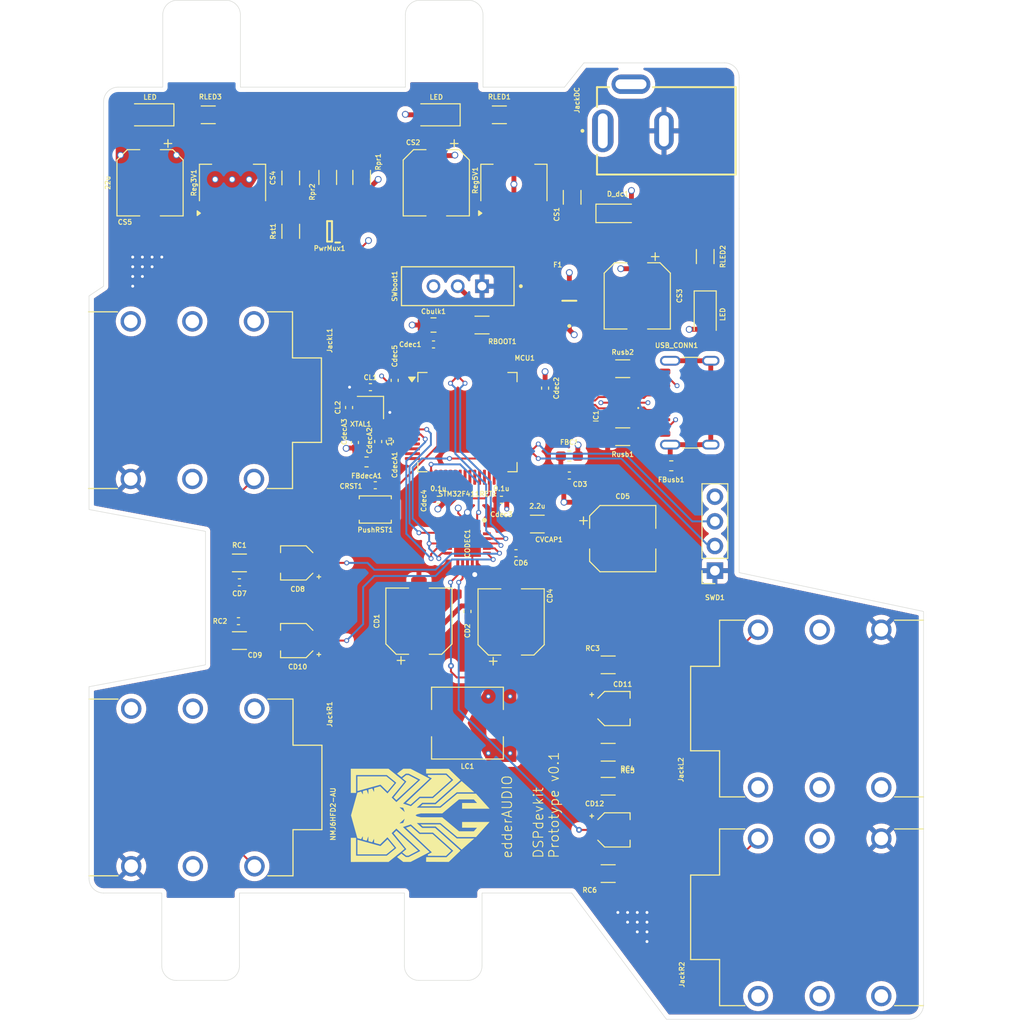
<source format=kicad_pcb>
(kicad_pcb (version 20240108) (generator "pcbnew") (generator_version "8.0")
  (layers (0 "F.Cu" signal) (1 "In1.Cu" signal) (2 "In2.Cu" signal) (31 "B.Cu" signal) (34 "B.Paste" user) (35 "F.Paste" user) (36 "B.SilkS" user "B.Silkscreen") (37 "F.SilkS" user "F.Silkscreen") (38 "B.Mask" user) (39 "F.Mask" user) (44 "Edge.Cuts" user))
  (net 0 "")
  (net 1 "GND")
  (net 2 "+3.3V")
  (net 3 "/CODEC/AVDD")
  (net 4 "/CODEC/DVDD")
  (net 5 "/CODEC/VMID")
  (net 6 "Net-(CD7-Pad1)")
  (net 7 "/CODEC/L_IN")
  (net 8 "Net-(CD10-Pad2)")
  (net 9 "/CODEC/R_IN")
  (net 10 "Net-(CD11-Pad2)")
  (net 11 "/CODEC/L_OUT")
  (net 12 "Net-(CD12-Pad2)")
  (net 13 "/CODEC/R_OUT")
  (net 14 "+3.3VA")
  (net 15 "/HSE_IN")
  (net 16 "/HSE_OUT")
  (net 17 "I2S_CLK")
  (net 18 "I2S_DOUT")
  (net 19 "I2S_MCLK")
  (net 20 "I2C_SDA")
  (net 23 "I2S_DIN")
  (net 24 "I2S_WS")
  (net 25 "I2C_SCL")
  (net 27 "/RST")
  (net 28 "+9V")
  (net 29 "Vin_JACK")
  (net 30 "Vin_USB")
  (net 31 "Net-(PwrMux1-VOUT_2)")
  (net 32 "Net-(MCU1-VCAP1)")
  (net 33 "Net-(IC1-VBUS)")
  (net 34 "Net-(USB_CONN1-SHIELD)")
  (net 35 "/VbusINPUT")
  (net 36 "/usb_D-")
  (net 37 "/usb_D+")
  (net 38 "Net-(IC1-I{slash}O2_1)")
  (net 39 "Net-(IC1-I{slash}O1_1)")
  (net 43 "Net-(JackL1-PadT)")
  (net 49 "Net-(JackL2-PadT)")
  (net 52 "Net-(JackR1-PadT)")
  (net 58 "Net-(JackR2-PadT)")
  (net 66 "/SWCLK")
  (net 72 "/BOOT0")
  (net 73 "/SWDIO")
  (net 74 "Net-(D_dc1-A)")
  (net 100 "Net-(PwrMux1-ST)")
  (net 101 "Net-(PwrMux1-PR1)")
  (net 103 "/BOOT_SW")
  (net 104 "/JACKpower_LED")
  (net 105 "/VBUSpower_LED")
  (net 106 "/3.3Vpower_LED")
  (net 107 "Net-(USB_CONN1-CC1)")
  (net 108 "Net-(USB_CONN1-CC2)")
  (footprint "Resistor_SMD:R_1206_3216Metric_Pad1.30x1.75mm_HandSolder" (layer "F.Cu") (at 164.5 134)
    (property "Reference" "RC4")
    (property "Value" "100" (hide yes))
  )
  (footprint "MountingHole:MountingHole_3.2mm_M3" (layer "F.Cu") (at 122.5 60.5)
    (property "Reference" "REF**" (hide yes))
    (property "Value" "MountingHole_3.2mm_M3")
  )
  (footprint "Capacitor_SMD:CP_Elec_6.3x5.4" (layer "F.Cu") (at 146.7875 75.35 -90)
    (property "Reference" "CS2")
    (property "Value" "22u" (hide yes))
  )
  (footprint "MINI-SPDT:SW_MINI-SPDT-SW" (layer "F.Cu") (at 149 86 180)
    (property "Reference" "SWboot1")
    (property "Value" "MINI-SPDT-SW" (hide yes))
  )
  (footprint "Capacitor_SMD:CP_Elec_6.3x5.4" (layer "F.Cu") (at 167.5 87 -90)
    (property "Reference" "CS3")
    (property "Value" "22u" (hide yes))
  )
  (footprint "Capacitor_SMD:C_0402_1005Metric_Pad0.74x0.62mm_HandSolder" (layer "F.Cu") (at 138.4 102.1 90)
    (property "Reference" "CdecA3")
    (property "Value" "1u" (hide yes))
  )
  (footprint "Connector_USB:USB_C_Receptacle_GCT_USB4105-xx-A_16P_TopMnt_Horizontal" (layer "F.Cu") (at 174 98 90)
    (property "Reference" "USB_CONN1")
    (property "Value" "USB_C_Receptacle_USB2.0_16P" (hide yes))
  )
  (footprint "Capacitor_SMD:C_0402_1005Metric_Pad0.74x0.62mm_HandSolder" (layer "F.Cu") (at 155 113.5)
    (property "Reference" "CD6")
    (property "Value" "0.1Uf" (hide yes))
  )
  (footprint "MountingHole:MountingHole_3.2mm_M3" (layer "F.Cu") (at 122.5 153.5)
    (property "Reference" "REF**" (hide yes))
    (property "Value" "MountingHole_3.2mm_M3")
  )
  (footprint "TRS_JACK_6.3mm:NEUTRIK_NMJ6HFD2-AU" (layer "F.Cu") (at 111 137.625 -90)
    (property "Reference" "JackR1")
    (property "Value" "NMJ6HFD2-AU")
  )
  (footprint "Capacitor_SMD:CP_Elec_3x5.4" (layer "F.Cu") (at 165 129.5)
    (property "Reference" "CD11")
    (property "Value" "1uF" (hide yes))
  )
  (footprint "Resistor_SMD:R_1206_3216Metric_Pad1.30x1.75mm_HandSolder" (layer "F.Cu") (at 166 94.5 180)
    (property "Reference" "Rusb2")
    (property "Value" "5.1k" (hide yes))
  )
  (footprint "Capacitor_SMD:CP_Elec_3x5.4" (layer "F.Cu") (at 132.5 122.5 180)
    (property "Reference" "CD10")
    (property "Value" "1uF" (hide yes))
  )
  (footprint "Resistor_SMD:R_1206_3216Metric_Pad1.30x1.75mm_HandSolder" (layer "F.Cu") (at 139.1 74.8 -90)
    (property "Reference" "Rpr1")
    (property "Value" "10k" (hide yes))
  )
  (footprint "Capacitor_SMD:C_0402_1005Metric_Pad0.74x0.62mm_HandSolder" (layer "F.Cu") (at 140 96.4 180)
    (property "Reference" "CL1")
    (property "Value" "14p" (hide yes))
  )
  (footprint "MountingHole:MountingHole_3.2mm_M3" (layer "F.Cu") (at 147.5 153.5)
    (property "Reference" "REF**" (hide yes))
    (property "Value" "MountingHole_3.2mm_M3")
  )
  (footprint "Resistor_SMD:R_1206_3216Metric_Pad1.30x1.75mm_HandSolder" (layer "F.Cu") (at 135.6 74.8 -90)
    (property "Reference" "Rpr2")
    (property "Value" "10k" (hide yes))
  )
  (footprint "Capacitor_SMD:CP_Elec_3x5.4" (layer "F.Cu") (at 132.5 114.5 180)
    (property "Reference" "CD8")
    (property "Value" "1uF" (hide yes))
  )
  (footprint "Capacitor_SMD:C_0402_1005Metric_Pad0.74x0.62mm_HandSolder" (layer "F.Cu") (at 150 119.5 -90)
    (property "Reference" "CD2")
    (property "Value" "0.1uF" (hide yes))
  )
  (footprint "Capacitor_SMD:C_1206_3216Metric_Pad1.33x1.80mm_HandSolder" (layer "F.Cu") (at 157.2 110.5 180)
    (property "Reference" "CVCAP1")
    (property "Value" "2.2u")
  )
  (footprint "Capacitor_SMD:C_1206_3216Metric_Pad1.33x1.80mm_HandSolder" (layer "F.Cu") (at 160.7875 76.85 90)
    (property "Reference" "CS1")
    (property "Value" "0.1u" (hide yes))
  )
  (footprint "Capacitor_SMD:CP_Elec_6.3x5.4" (layer "F.Cu") (at 166 112)
    (property "Reference" "CD5")
    (property "Value" "10uF" (hide yes))
  )
  (footprint "Resistor_SMD:R_1206_3216Metric_Pad1.30x1.75mm_HandSolder" (layer "F.Cu") (at 131.7875 80.35 90)
    (property "Reference" "Rst1")
    (property "Value" "10k" (hide yes))
  )
  (footprint "Resistor_SMD:R_1206_3216Metric_Pad1.30x1.75mm_HandSolder" (layer "F.Cu") (at 153.2875 68.35 180)
    (property "Reference" "RLED1")
    (property "Value" "1k5" (hide yes))
  )
  (footprint "Capacitor_SMD:C_0402_1005Metric_Pad0.74x0.62mm_HandSolder" (layer "F.Cu") (at 126.4 120.5 180)
    (property "Reference" "CD9")
    (property "Value" "220pF" (hide yes))
  )
  (footprint "Resistor_SMD:R_1206_3216Metric_Pad1.30x1.75mm_HandSolder" (layer "F.Cu") (at 174.5 82.95 -90)
    (property "Reference" "RLED2")
    (property "Value" "1k5" (hide yes))
  )
  (footprint "Capacitor_SMD:C_0402_1005Metric_Pad0.74x0.62mm_HandSolder" (layer "F.Cu") (at 153.5 108 180)
    (property "Reference" "Cdec3")
    (property "Value" "0.1u")
  )
  (footprint "LED_SMD:LED_1206_3216Metric_Pad1.42x1.75mm_HandSolder" (layer "F.Cu") (at 174.5 88.95 -90)
    (property "Reference" "Vpower_LED2" (hide yes))
    (property "Value" "LED")
  )
  (footprint "Capacitor_SMD:CP_Elec_3x5.4" (layer "F.Cu") (at 165 142)
    (property "Reference" "CD12")
    (property "Value" "1uF" (hide yes))
  )
  (footprint "Connector_PinSocket_2.54mm:PinSocket_1x04_P2.54mm_Vertical" (layer "F.Cu") (at 175.5 115.3 180)
    (property "Reference" "SWD1")
    (property "Value" "Conn_01x04_Pin" (hide yes))
  )
  (footprint "Capacitor_SMD:CP_Elec_6.3x5.4" (layer "F.Cu") (at 117.2875 75.35 -90)
    (property "Reference" "CS5")
    (property "Value" "22u")
  )
  (footprint "Capacitor_SMD:C_0402_1005Metric_Pad0.74x0.62mm_HandSolder" (layer "F.Cu") (at 140.8 102 90)
    (property "Reference" "CdecA2")
    (property "Value" "1u")
  )
  (footprint "STM32_TVS_USB:USBLC62P6" (layer "F.Cu") (at 166 98 90)
    (property "Reference" "IC1")
    (property "Value" "USBLC6-2P6" (hide yes))
  )
  (footprint "Capacitor_SMD:C_0402_1005Metric_Pad0.74x0.62mm_HandSolder" (layer "F.Cu") (at 146.5 92)
    (property "Reference" "Cdec1")
    (property "Value" "0.1u" (hide yes))
  )
  (footprint "Capacitor_SMD:CP_Elec_6.3x5.4" (layer "F.Cu") (at 154.5 120.58 90)
    (property "Reference" "CD4")
    (property "Value" "4.7uF" (hide yes))
  )
  (footprint "Gráficos:Kraken_15cm" (layer "F.Cu") (at 146 140.5 90)
    (property "Reference" "G***" (hide yes))
    (property "Value" "LOGO" (hide yes))
  )
  (footprint "Resistor_SMD:R_1206_3216Metric_Pad1.30x1.75mm_HandSolder" (layer "F.Cu") (at 123.2875 68.35 180)
    (property "Reference" "RLED3")
    (property "Value" "1k5" (hide yes))
  )
  (footprint "Resistor_SMD:R_1206_3216Metric_Pad1.30x1.75mm_HandSolder" (layer "F.Cu") (at 166 101.5 180)
    (property "Reference" "Rusb1")
    (property "Value" "5.1k" (hide yes))
  )
  (footprint "TRS_JACK_6.3mm:NEUTRIK_NMJ6HFD2-AU" (layer "F.Cu") (at 197 151 90)
    (property "Reference" "JackR2")
    (property "Value" "NMJ6HFD2-AU" (hide yes))
  )
  (footprint "MountingHole:MountingHole_3.2mm_M3" (layer "F.Cu") (at 147.5 60.5)
    (property "Reference" "REF**" (hide yes))
    (property "Value" "MountingHole_3.2mm_M3")
  )
  (footprint "TRS_JACK_6.3mm:NEUTRIK_NMJ6HFD2-AU" (layer "F.Cu") (at 110.95 97.73825 -90)
    (property "Reference" "JackL1")
    (property "Value" "NMJ6HFD2-AU" (hide yes))
  )
  (footprint "LED_SMD:LED_1206_3216Metric_Pad1.42x1.75mm_HandSolder" (layer "F.Cu") (at 117.2875 68.35 180)
    (property "Reference" "Vpower_LED3" (hide yes))
    (property "Value" "LED")
  )
  (footprint "Crystal:Crystal_SMD_2016-4Pin_2.0x1.6mm" (layer "F.Cu") (at 140 98.5 180)
    (property "Reference" "XTAL1")
    (property "Value" "Crystal_GND24" (hide yes))
  )
  (footprint "Jack DCJ200 DC_2.1_THT:GCT_DCJ200-10-A-XX-K_REVA" (layer "F.Cu") (at 170.5 70 90)
    (property "Reference" "JDC1" (hide yes))
    (property "Value" "JackDC")
  )
  (footprint "Resistor_SMD:R_1206_3216Metric_Pad1.30x1.75mm_HandSolder" (layer "F.Cu") (at 164.5 146.5)
    (property "Reference" "RC6")
    (property "Value" "100" (hide yes))
  )
  (footprint "Resistor_SMD:R_1206_3216Metric_Pad1.30x1.75mm_HandSolder" (layer "F.Cu") (at 151.5 90 180)
    (property "Reference" "RBOOT1")
    (property "Value" "10K" (hide yes))
  )
  (footprint "Capacitor_SMD:C_0402_1005Metric_Pad0.74x0.62mm_HandSolder" (layer "F.Cu") (at 140.5 106.5 180)
    (property "Reference" "CRST1")
    (property "Value" "0.1u" (hide yes))
  )
  (footprint "Button_Switch_SMD:SW_SPST_B3U-1000P" (layer "F.Cu") (at 140.5 109)
    (property "Reference" "PushRST1")
    (property "Value" "B3U-1000P" (hide yes))
  )
  (footprint "Capacitor_SMD:C_0402_1005Metric_Pad0.74x0.62mm_HandSolder" (layer "F.Cu") (at 160.5 105.5)
    (property "Reference" "CD3")
    (property "Value" "0.1uF" (hide yes))
  )
  (footprint "LED_SMD:LED_1206_3216Metric_Pad1.42x1.75mm_HandSolder" (layer "F.Cu") (at 146.7875 68.35 180)
    (property "Reference" "Vpower_LED1" (hide yes))
    (property "Value" "LED")
  )
  (footprint "Inductor_SMD:L_7.3x7.3_H3.5" (layer "F.Cu") (at 150 131 180)
    (property "Reference" "LC1")
    (property "Value" "47uH" (hide yes))
  )
  (footprint "Inductor_SMD:L_0603_1608Metric_Pad1.05x0.95mm_HandSolder" (layer "F.Cu") (at 171 104.5 180)
    (property "Reference" "FBusb1")
    (property "Value" "26R" (hide yes))
  )
  (footprint "Resistor_SMD:R_1206_3216Metric_Pad1.30x1.75mm_HandSolder" (layer "F.Cu") (at 164.5 125)
    (property "Reference" "RC3")
    (property "Value" "47k" (hide yes))
  )
  (footprint "Capacitor_SMD:CP_Elec_6.3x5.4" (layer "F.Cu") (at 145 120.5 90)
    (property "Reference" "CD1")
    (property "Value" "10uF" (hide yes))
  )
  (footprint "Capacitor_SMD:C_0402_1005Metric_Pad0.74x0.62mm_HandSolder" (layer "F.Cu") (at 126.5 116.5 180)
    (property "Reference" "CD7")
    (property "Value" "220pF" (hide yes))
  )
  (footprint "Capacitor_SMD:C_0402_1005Metric_Pad0.74x0.62mm_HandSolder" (layer "F.Cu") (at 142.5 95.7 90)
    (property "Reference" "Cdec5")
    (property "Value" "0.1u" (hide yes))
  )
  (footprint "Capacitor_SMD:C_0402_1005Metric_Pad0.74x0.62mm_HandSolder" (layer "F.Cu") (at 137.8 98.5 90)
    (property "Reference" "CL2")
    (property "Value" "14p" (hide yes))
  )
  (footprint "SSM2604:QFN50P400X400X80-21N-D" (layer "F.Cu") (at 150 112.5 -90)
    (property "Reference" "CODEC1")
    (property "Value" "SSM2604CPZ-REEL7" (hide yes))
  )
  (footprint "Capacitor_SMD:C_0805_2012Metric_Pad1.18x1.45mm_HandSolder" (layer "F.Cu") (at 146.5 90)
    (property "Reference" "Cbulk1")
    (property "Value" "10u" (hide yes))
  )
  (footprint "Package_TO_SOT_SMD:SOT-223-3_TabPin2" (layer "F.Cu") (at 154.7875 75.35 90)
    (property "Reference" "Reg5V1")
    (property "Value" "AMS1117-5.0" (hide yes))
  )
  (footprint "Capacitor_SMD:C_1206_3216Metric_Pad1.33x1.80mm_HandSolder" (layer "F.Cu") (at 131.7875 74.85 90)
    (property "Reference" "CS4")
    (property "Value" "0.1u" (hide yes))
  )
  (footprint "Package_QFP:LQFP-64_10x10mm_P0.5mm" (layer "F.Cu") (at 150 100)
    (property "Reference" "MCU1")
    (property "Value" "STM32F411RETx")
  )
  (footprint "TPS2116:SOTFL50P160X60-8N" (layer "F.Cu") (at 135.7875 80.35 180)
    (property "Reference" "PwrMux1")
    (property "Value" "TPS2116DRLR" (hide yes))
  )
  (footprint "Diode_SMD:Nexperia_CFP3_SOD-123W" (layer "F.Cu") (at 165.5 78.5)
    (property "Reference" "D_dc1")
    (property "Value" "PMEG3020BER" (hide yes))
  )
  (footprint "Inductor_SMD:L_0603_1608Metric_Pad1.05x0.95mm_HandSolder" (layer "F.Cu") (at 160.5 103.5)
    (property "Reference" "FBC1")
    (property "Value" "120R" (hide yes))
  )
  (footprint "Resistor_SMD:R_1206_3216Metric_Pad1.30x1.75mm_HandSolder" (layer "F.Cu") (at 126.5 114.5)
    (property "Reference" "RC1")
    (property "Value" "5.6k" (hide yes))
  )
  (footprint "Inductor_SMD:L_0603_1608Metric_Pad1.05x0.95mm_HandSolder" (layer "F.Cu") (at 139.6 104.1 180)
    (property "Reference" "FBdecA1")
    (property "Value" "120R" (hide yes))
  )
  (footprint "Resistor_SMD:R_1206_3216Metric_Pad1.30x1.75mm_HandSolder" (layer "F.Cu") (at 164.5 137.5)
    (property "Reference" "RC5")
    (property "Value" "47k" (hide yes))
  )
  (footprint "Capacitor_SMD:C_0402_1005Metric_Pad0.74x0.62mm_HandSolder" (layer "F.Cu") (at 142 102 90)
    (property "Reference" "CdecA1")
    (property "Value" "0.01u" (hide yes))
  )
  (footprint "Capacitor_SMD:C_0402_1005Metric_Pad0.74x0.62mm_HandSolder" (layer "F.Cu") (at 147 108 180)
    (property "Reference" "Cdec4")
    (property "Value" "0.1u")
  )
  (footprint "1206L 500ma:1206L05015YR" (layer "F.Cu") (at 160.5 87.5 90)
    (property "Reference" "F1")
    (property "Value" "1206L050YR" (hide yes))
  )
  (footprint "TRS_JACK_6.3mm:NEUTRIK_NMJ6HFD2-AU" (layer "F.Cu") (at 197 129.5 90)
    (property "Reference" "JackL2")
    (property "Value" "NMJ6HFD2-AU" (hide yes))
  )
  (footprint "Resistor_SMD:R_1206_3216Metric_Pad1.30x1.75mm_HandSolder" (layer "F.Cu") (at 126.5 122.5)
    (property "Reference" "RC2")
    (property "Value" "5.6k" (hide yes))
  )
  (footprint "Package_TO_SOT_SMD:SOT-223-3_TabPin2" (layer "F.Cu") (at 125.7875 75.35 90)
    (property "Reference" "Reg3V1")
    (property "Value" "AMS1117-3.3" (hide yes))
  )
  (footprint "Capacitor_SMD:C_0402_1005Metric_Pad0.74x0.62mm_HandSolder" (layer "F.Cu") (at 158 96.5 -90)
    (property "Reference" "Cdec2")
    (property "Value" "0.1u" (hide yes))
  )
  (gr_line (start 178 78) (end 178 64.5) (stroke (width 0.05)) (layer "Edge.Cuts"))
  (gr_arc (start 176.5 63) (mid 177.56066 63.43934) (end 178 64.5) (stroke (width 0.05)) (layer "Edge.Cuts"))
  (gr_line (start 160.75 148.5) (end 151.5 148.5) (stroke (width 0.05)) (layer "Edge.Cuts"))
  (gr_line (start 143.5 148.5) (end 126.5 148.5) (stroke (width 0.05)) (layer "Edge.Cuts"))
  (gr_line (start 111 127.25) (end 111 147) (stroke (width 0.05)) (layer "Edge.Cuts"))
  (gr_arc (start 143.6 58.05) (mid 144.03934 56.98934) (end 145.1 56.55) (stroke (width 0.05)) (layer "Edge.Cuts"))
  (gr_arc (start 150.1 56.55) (mid 151.16066 56.98934) (end 151.6 58.05) (stroke (width 0.05)) (layer "Edge.Cuts"))
  (gr_line (start 118.6 58.05) (end 118.6 65.5) (stroke (width 0.05)) (layer "Edge.Cuts"))
  (gr_line (start 160.75 148.5) (end 170.5 161.5) (stroke (width 0.05)) (layer "Edge.Cuts"))
  (gr_arc (start 126.5 156) (mid 126.06066 157.06066) (end 125 157.5) (stroke (width 0.05)) (layer "Edge.Cuts"))
  (gr_line (start 112.5 148.5) (end 118.5 148.5) (stroke (width 0.05)) (layer "Edge.Cuts"))
  (gr_line (start 112.5 86) (end 112.5 80.75) (stroke (width 0.05)) (layer "Edge.Cuts"))
  (gr_line (start 111 87) (end 112.5 86) (stroke (width 0.05)) (layer "Edge.Cuts"))
  (gr_line (start 178 78) (end 178 115.5) (stroke (width 0.05)) (layer "Edge.Cuts"))
  (gr_line (start 197 160) (end 197 119.5) (stroke (width 0.05)) (layer "Edge.Cuts"))
  (gr_line (start 126.5 156) (end 126.5 148.5) (stroke (width 0.05)) (layer "Edge.Cuts"))
  (gr_arc (start 112.5 67) (mid 112.93934 65.93934) (end 114 65.5) (stroke (width 0.05)) (layer "Edge.Cuts"))
  (gr_line (start 145 157.5) (end 150 157.5) (stroke (width 0.05)) (layer "Edge.Cuts"))
  (gr_arc (start 120 157.5) (mid 118.93934 157.06066) (end 118.5 156) (stroke (width 0.05)) (layer "Edge.Cuts"))
  (gr_line (start 112.5 67) (end 112.5 80.75) (stroke (width 0.05)) (layer "Edge.Cuts"))
  (gr_arc (start 125.1 56.55) (mid 126.16066 56.98934) (end 126.6 58.05) (stroke (width 0.05)) (layer "Edge.Cuts"))
  (gr_line (start 197 119.5) (end 178 115.5) (stroke (width 0.05)) (layer "Edge.Cuts"))
  (gr_line (start 150.1 56.55) (end 145.1 56.55) (stroke (width 0.05)) (layer "Edge.Cuts"))
  (gr_arc (start 145 157.5) (mid 143.93934 157.06066) (end 143.5 156) (stroke (width 0.05)) (layer "Edge.Cuts"))
  (gr_line (start 126.6 65.5) (end 143.6 65.5) (stroke (width 0.05)) (layer "Edge.Cuts"))
  (gr_line (start 114 65.5) (end 118.6 65.5) (stroke (width 0.05)) (layer "Edge.Cuts"))
  (gr_line (start 151.5 156) (end 151.5 148.5) (stroke (width 0.05)) (layer "Edge.Cuts"))
  (gr_arc (start 197 160) (mid 196.56066 161.06066) (end 195.5 161.5) (stroke (width 0.05)) (layer "Edge.Cuts"))
  (gr_line (start 111 127.25) (end 123 125) (stroke (width 0.05)) (layer "Edge.Cuts"))
  (gr_line (start 111 109) (end 123 111.25) (stroke (width 0.05)) (layer "Edge.Cuts"))
  (gr_arc (start 151.5 156) (mid 151.06066 157.06066) (end 150 157.5) (stroke (width 0.05)) (layer "Edge.Cuts"))
  (gr_line (start 151.6 58.05) (end 151.6 65.5) (stroke (width 0.05)) (layer "Edge.Cuts"))
  (gr_line (start 160 65.5) (end 162 63) (stroke (width 0.05)) (layer "Edge.Cuts"))
  (gr_line (start 195.5 161.5) (end 170.5 161.5) (stroke (width 0.05)) (layer "Edge.Cuts"))
  (gr_arc (start 118.6 58.05) (mid 119.03934 56.98934) (end 120.1 56.55) (stroke (width 0.05)) (layer "Edge.Cuts"))
  (gr_line (start 125.1 56.55) (end 120.1 56.55) (stroke (width 0.05)) (layer "Edge.Cuts"))
  (gr_line (start 123 111.25) (end 123 125) (stroke (width 0.05)) (layer "Edge.Cuts"))
  (gr_line (start 143.5 156) (end 143.5 148.5) (stroke (width 0.05)) (layer "Edge.Cuts"))
  (gr_line (start 160 65.5) (end 151.6 65.5) (stroke (width 0.05)) (layer "Edge.Cuts"))
  (gr_line (start 143.6 58.05) (end 143.6 65.5) (stroke (width 0.05)) (layer "Edge.Cuts"))
  (gr_line (start 120 157.5) (end 125 157.5) (stroke (width 0.05)) (layer "Edge.Cuts"))
  (gr_line (start 126.6 58.05) (end 126.6 65.5) (stroke (width 0.05)) (layer "Edge.Cuts"))
  (gr_arc (start 112.5 148.5) (mid 111.43934 148.06066) (end 111 147) (stroke (width 0.05)) (layer "Edge.Cuts"))
  (gr_line (start 111 109) (end 111 87) (stroke (width 0.05)) (layer "Edge.Cuts"))
  (gr_line (start 176.5 63) (end 162 63) (stroke (width 0.05)) (layer "Edge.Cuts"))
  (gr_line (start 118.5 156) (end 118.5 148.5) (stroke (width 0.05)) (layer "Edge.Cuts"))
  (gr_text "edderAUDIO\n\nDSPdevkit\nPrototype v0.1" (at 159.5 145 90) (layer "F.SilkS") (effects (font (size 1 1) (thickness 0.1)) (justify left bottom)))
  (segment (start 157.1 96.75) (end 155.675 96.75) (width 0.2) (layer "F.Cu") (net 1))
  (segment (start 137.8 96.45) (end 137.8 97.9325) (width 0.2) (layer "F.Cu") (net 1))
  (segment (start 147.5375 90.9125) (end 147.0675 91.3825) (width 0.5) (layer "F.Cu") (net 1))
  (segment (start 150.5 114.5) (end 150.5 115.45) (width 0.2) (layer "F.Cu") (net 1))
  (segment (start 146.75 94.325) (end 146.75 93.2) (width 0.2) (layer "F.Cu") (net 1))
  (segment (start 146.75 107.4) (end 146.75 105.675) (width 0.2) (layer "F.Cu") (net 1))
  (segment (start 141.95 99.05) (end 142 99) (width 0.2) (layer "F.Cu") (net 1))
  (segment (start 152.9325 108) (end 152.9325 107.4675) (width 0.2) (layer "F.Cu") (net 1))
  (segment (start 152.9325 107.4675) (end 153.25 107.15) (width 0.2) (layer "F.Cu") (net 1))
  (segment (start 146.75 93.2) (end 147.0675 92.8825) (width 0.2) (layer "F.Cu") (net 1))
  (segment (start 150 110.5) (end 150 112.5) (width 0.2) (layer "F.Cu") (net 1))
  (segment (start 137.85 96.4) (end 137.8 96.45) (width 0.2) (layer "F.Cu") (net 1))
  (segment (start 147.0675 92.8825) (end 147.0675 92) (width 0.2) (layer "F.Cu") (net 1))
  (segment (start 139.4325 97.8175) (end 139.3 97.95) (width 0.2) (layer "F.Cu") (net 1))
  (segment (start 150.5 114.5) (end 150.5 113) (width 0.2) (layer "F.Cu") (net 1))
  (segment (start 150 110.5) (end 150 109.3) (width 0.2) (layer "F.Cu") (net 1))
  (segment (start 139.4325 96.4) (end 139.4325 97.8175) (width 0.2) (layer "F.Cu") (net 1))
  (segment (start 137.85 96.4) (end 139.4325 96.4) (width 0.2) (layer "F.Cu") (net 1))
  (segment (start 137.8175 97.95) (end 137.8 97.9325) (width 0.2) (layer "F.Cu") (net 1))
  (segment (start 142.761875 101.4325) (end 143.079375 101.75) (width 0.2) (layer "F.Cu") (net 1))
  (segment (start 150 109.3) (end 150 109.5) (width 0.2) (layer "F.Cu") (net 1))
  (segment (start 147.5375 90) (end 147.5375 90.9125) (width 0.5) (layer "F.Cu") (net 1))
  (segment (start 158 97.0675) (end 157.4175 97.0675) (width 0.2) (layer "F.Cu") (net 1))
  (segment (start 157.4175 97.0675) (end 157.1 96.75) (width 0.2) (layer "F.Cu") (net 1))
  (segment (start 147.0675 91.3825) (end 147.0675 92) (width 0.5) (layer "F.Cu") (net 1))
  (segment (start 142 101.4325) (end 142.761875 101.4325) (width 0.2) (layer "F.Cu") (net 1))
  (segment (start 146.4325 107.7175) (end 146.75 107.4) (width 0.2) (layer "F.Cu") (net 1))
  (segment (start 139.3 97.95) (end 137.8175 97.95) (width 0.2) (layer "F.Cu") (net 1))
  (segment (start 143.079375 101.75) (end 144.325 101.75) (width 0.2) (layer "F.Cu") (net 1))
  (segment (start 150.5 113) (end 150 112.5) (width 0.2) (layer "F.Cu") (net 1))
  (segment (start 146.4325 108) (end 146.4325 107.7175) (width 0.2) (layer "F.Cu") (net 1))
  (segment (start 153.25 107.15) (end 153.25 105.675) (width 0.2) (layer "F.Cu") (net 1))
  (segment (start 140.7 99.05) (end 141.95 99.05) (width 0.2) (layer "F.Cu") (net 1))
  (segment (start 150.5 115.45) (end 150.75 115.7) (width 0.2) (layer "F.Cu") (net 1))
  (via (at 150 109.3) (size 0.7) (drill 0.5) (layers "F.Cu" "B.Cu") (net 1))
  (via (at 118.5 83) (size 0.6) (drill 0.3) (layers "F.Cu" "B.Cu") (net 1))
  (via (at 167.5 152.5) (size 0.6) (drill 0.3) (layers "F.Cu" "B.Cu") (net 1))
  (via (at 115.5 83) (size 0.6) (drill 0.3) (layers "F.Cu" "B.Cu") (net 1))
  (via (at 168.5 150.5) (size 0.6) (drill 0.3) (layers "F.Cu" "B.Cu") (net 1))
  (via (at 168.5 153.5) (size 0.6) (drill 0.3) (layers "F.Cu" "B.Cu") (net 1))
  (via (at 142 99) (size 0.5) (drill 0.3) (layers "F.Cu" "B.Cu") (net 1))
  (via (at 168.5 152.5) (size 0.6) (drill 0.3) (layers "F.Cu" "B.Cu") (net 1))
  (via (at 117.5 83) (size 0.6) (drill 0.3) (layers "F.Cu" "B.Cu") (net 1))
  (via (at 117.5 84) (size 0.6) (drill 0.3) (layers "F.Cu" "B.Cu") (net 1))
  (via (at 167.5 150.5) (size 0.6) (drill 0.3) (layers "F.Cu" "B.Cu") (net 1))
  (via (at 165.5 150.5) (size 0.6) (drill 0.3) (layers "F.Cu" "B.Cu") (net 1))
  (via (at 115.5 85) (size 0.6) (drill 0.3) (layers "F.Cu" "B.Cu") (net 1))
  (via (at 150.75 115.7) (size 0.7) (drill 0.5) (layers "F.Cu" "B.Cu") (net 1))
  (via (at 166.5 151.5) (size 0.6) (drill 0.3) (layers "F.Cu" "B.Cu") (net 1))
  (via (at 115.5 86) (size 0.6) (drill 0.3) (layers "F.Cu" "B.Cu") (net 1))
  (via (at 116.5 85) (size 0.6) (drill 0.3) (layers "F.Cu" "B.Cu") (net 1))
  (via (at 166.5 150.5) (size 0.6) (drill 0.3) (layers "F.Cu" "B.Cu") (net 1))
  (via (at 116.5 84) (size 0.6) (drill 0.3) (layers "F.Cu" "B.Cu") (net 1))
  (via (at 115.5 84) (size 0.6) (drill 0.3) (layers "F.Cu" "B.Cu") (net 1))
  (via (at 168.5 151.5) (size 0.6) (drill 0.3) (layers "F.Cu" "B.Cu") (net 1))
  (via (at 116.5 83) (size 0.6) (drill 0.3) (layers "F.Cu" "B.Cu") (net 1))
  (via (at 167.5 151.5) (size 0.6) (drill 0.3) (layers "F.Cu" "B.Cu") (net 1))
  (via (at 137.85 96.4) (size 0.5) (drill 0.3) (layers "F.Cu" "B.Cu") (net 1))
  (segment (start 146.25 93.2) (end 146.25 94.325) (width 0.2) (layer "F.Cu") (net 2))
  (segment (start 154.0675 107.4675) (end 153.75 107.15) (width 0.2) (layer "F.Cu") (net 2))
  (segment (start 145.9325 92.8825) (end 146.25 93.2) (width 0.2) (layer "F.Cu") (net 2))
  (segment (start 142.5 96.2675) (end 144.3075 96.2675) (width 0.2) (layer "F.Cu") (net 2))
  (segment (start 125.4375 72.55) (end 125.7875 72.2) (width 0.5) (layer "F.Cu") (net 2))
  (segment (start 154.05 108.95) (end 154.05 108.0175) (width 0.5) (layer "F.Cu") (net 2))
  (segment (start 158 94.8) (end 158 95.9325) (width 0.5) (layer "F.Cu") (net 2))
  (segment (start 144.3075 96.2675) (end 144.325 96.25) (width 0.2) (layer "F.Cu") (net 2))
  (segment (start 161.375 103.5) (end 161.375 102.375) (width 0.5) (layer "F.Cu") (net 2))
  (segment (start 154.05 108.0175) (end 154.0675 108) (width 0.5) (layer "F.Cu") (net 2))
  (segment (start 145.4625 90) (end 144.3 90) (width 0.5) (layer "F.Cu") (net 2))
  (segment (start 137.5325 102.6675) (end 137.5 102.7) (width 0.5) (layer "F.Cu") (net 2))
  (segment (start 146.95 108.95) (end 147.5675 108.3325) (width 0.5) (layer "F.Cu") (net 2))
  (segment (start 145.4625 90.9125) (end 145.9325 91.3825) (width 0.5) (layer "F.Cu") (net 2))
  (segment (start 154.0675 108) (end 154.0675 107.4675) (width 0.2) (layer "F.Cu") (net 2))
  (segment (start 138.4 102.6675) (end 137.5325 102.6675) (width 0.5) (layer "F.Cu") (net 2))
  (segment (start 158 95.9325) (end 157.4175 95.9325) (width 0.2) (layer "F.Cu") (net 2))
  (segment (start 147.5675 108.3325) (end 147.5675 108) (width 0.5) (layer "F.Cu") (net 2))
  (segment (start 145.4625 90) (end 145.4625 90.9125) (width 0.5) (layer "F.Cu") (net 2))
  (segment (start 147.5675 108) (end 147.5675 107.7175) (width 0.2) (layer "F.Cu") (net 2))
  (segment (start 145.9325 91.3825) (end 145.9325 92) (width 0.5) (layer "F.Cu") (net 2))
  (segment (start 161.375 102.375) (end 161.4 102.35) (width 0.5) (layer "F.Cu") (net 2))
  (segment (start 138.4 103.775) (end 138.725 104.1) (width 0.5) (layer "F.Cu") (net 2))
  (segment (start 138.4 102.6675) (end 138.4 103.775) (width 0.5) (layer "F.Cu") (net 2))
  (segment (start 147.25 107.4) (end 147.25 105.675) (width 0.2) (layer "F.Cu") (net 2))
  (segment (start 147.5675 107.7175) (end 147.25 107.4) (width 0.2) (layer "F.Cu") (net 2))
  (segment (start 145.9325 92) (end 145.9325 92.8825) (width 0.2) (layer "F.Cu") (net 2))
  (segment (start 157.1 96.25) (end 155.675 96.25) (width 0.2) (layer "F.Cu") (net 2))
  (segment (start 157.4175 95.9325) (end 157.1 96.25) (width 0.2) (layer "F.Cu") (net 2))
  (segment (start 142.1675 96.2675) (end 141.15 95.25) (width 0.2) (layer "F.Cu") (net 2))
  (segment (start 142.5 96.2675) (end 142.1675 96.2675) (width 0.2) (layer "F.Cu") (net 2))
  (segment (start 153.75 107.15) (end 153.75 105.675) (width 0.2) (layer "F.Cu") (net 2))
  (via (at 124 75) (size 0.7) (drill 0.5) (layers "F.Cu" "B.Cu") (net 2))
  (via (at 152.15 128.25) (size 0.5) (drill 0.3) (layers "F.Cu" "B.Cu") (net 2))
  (via (at 154.05 108.95) (size 0.5) (drill 0.3) (layers "F.Cu" "B.Cu") (net 2))
  (via (at 141.15 95.25) (size 0.5) (drill 0.3) (layers "F.Cu" "B.Cu") (net 2))
  (via (at 154.4 134.1) (size 0.5) (drill 0.3) (layers "F.Cu" "B.Cu") (net 2))
  (via (at 120 72.5) (size 0.7) (drill 0.5) (layers "F.Cu" "B.Cu") (net 2))
  (via (at 114.25 72.5) (size 0.7) (drill 0.5) (layers "F.Cu" "B.Cu") (net 2))
  (via (at 158 94.8) (size 0.7) (drill 0.5) (layers "F.Cu" "B.Cu") (net 2))
  (via (at 127.5 75) (size 0.7) (drill 0.5) (layers "F.Cu" "B.Cu") (net 2))
  (via (at 146.95 108.95) (size 0.7) (drill 0.5) (layers "F.Cu" "B.Cu") (net 2))
  (via (at 161.4 102.35) (size 0.7) (drill 0.5) (layers "F.Cu" "B.Cu") (net 2))
  (via (at 154.4 128.25) (size 0.5) (drill 0.3) (layers "F.Cu" "B.Cu") (net 2))
  (via (at 152.15 134.1) (size 0.5) (drill 0.3) (layers "F.Cu" "B.Cu") (net 2))
  (via (at 137.5 102.7) (size 0.7) (drill 0.5) (layers "F.Cu" "B.Cu") (net 2))
  (via (at 125.75 75) (size 0.7) (drill 0.5) (layers "F.Cu" "B.Cu") (net 2))
  (via (at 144.3 90) (size 0.7) (drill 0.5) (layers "F.Cu" "B.Cu") (net 2))
  (segment (start 145 123.3) (end 149.3675 118.9325) (width 0.5) (layer "F.Cu") (net 3))
  (segment (start 149.3675 118.9325) (end 150 118.9325) (width 0.5) (layer "F.Cu") (net 3))
  (segment (start 146.8 125.1) (end 145 123.3) (width 0.5) (layer "F.Cu") (net 3))
  (segment (start 146.8 131) (end 146.8 125.1) (width 0.5) (layer "F.Cu") (net 3))
  (segment (start 150 114.5) (end 150 118.9325) (width 0.2) (layer "F.Cu") (net 3))
  (segment (start 159.95 108.25) (end 159.9325 108.2325) (width 0.5) (layer "F.Cu") (net 4))
  (segment (start 159.625 103.5) (end 159.625 105.1925) (width 0.5) (layer "F.Cu") (net 4))
  (segment (start 149.05 109) (end 149.05 109.4) (width 0.2) (layer "F.Cu") (net 4))
  (segment (start 163.2 109.9) (end 161.55 108.25) (width 0.5) (layer "F.Cu") (net 4))
  (segment (start 161.55 108.25) (end 159.95 108.25) (width 0.5) (layer "F.Cu") (net 4))
  (segment (start 159.625 105.1925) (end 159.9325 105.5) (width 0.5) (layer "F.Cu") (net 4))
  (segment (start 149.5 109.85) (end 149.5 110.5) (width 0.2) (layer "F.Cu") (net 4))
  (segment (start 149.05 109.4) (end 149.5 109.85) (width 0.2) (layer "F.Cu") (net 4))
  (segment (start 159.95 105.5175) (end 159.9325 105.5) (width 0.2) (layer "F.Cu") (net 4))
  (segment (start 159.9325 108.2325) (end 159.9325 105.5) (width 0.5) (layer "F.Cu") (net 4))
  (segment (start 163.2 112) (end 163.2 109.9) (width 0.5) (layer "F.Cu") (net 4))
  (via (at 149.05 108.85) (size 0.7) (drill 0.5) (layers "F.Cu" "B.Cu") (net 4))
  (via (at 159.95 108.25) (size 0.7) (drill 0.5) (layers "F.Cu" "B.Cu") (net 4))
  (segment (start 151.55 115.05) (end 151 114.5) (width 0.2) (layer "F.Cu") (net 5))
  (segment (start 154.4325 113.5) (end 154.4325 114.2175) (width 0.2) (layer "F.Cu") (net 5))
  (segment (start 151.55 120.43) (end 154.5 123.38) (width 0.2) (layer "F.Cu") (net 5))
  (segment (start 151.55 115.05) (end 151.55 120.43) (width 0.2) (layer "F.Cu") (net 5))
  (segment (start 153.6 115.05) (end 151.55 115.05) (width 0.2) (layer "F.Cu") (net 5))
  (segment (start 154.4325 114.2175) (end 153.6 115.05) (width 0.2) (layer "F.Cu") (net 5))
  (segment (start 127.0675 116.5) (end 127.35 116.5) (width 0.2) (layer "F.Cu") (net 6))
  (segment (start 128.05 114.5) (end 131 114.5) (width 0.2) (layer "F.Cu") (net 6))
  (segment (start 128.05 115.8) (end 128.05 114.5) (width 0.2) (layer "F.Cu") (net 6))
  (segment (start 127.35 116.5) (end 128.05 115.8) (width 0.2) (layer "F.Cu") (net 6))
  (segment (start 152.8 113) (end 152 113) (width 0.2) (layer "F.Cu") (net 7))
  (segment (start 153.3 113.5) (end 152.8 113) (width 0.2) (layer "F.Cu") (net 7))
  (segment (start 134 114.5) (end 137.55 114.5) (width 0.2) (layer "F.Cu") (net 7))
  (via (at 153.3 113.5) (size 0.5) (drill 0.3) (layers "F.Cu" "B.Cu") (net 7))
  (via (at 137.55 114.5) (size 0.5) (drill 0.3) (layers "F.Cu" "B.Cu") (net 7))
  (segment (start 140.4 115.2) (end 139.7 114.5) (width 0.2) (layer "B.Cu") (net 7))
  (segment (start 153.3 113.5) (end 153.25 113.55) (width 0.2) (layer "B.Cu") (net 7))
  (segment (start 139.7 114.5) (end 137.55 114.5) (width 0.2) (layer "B.Cu") (net 7))
  (segment (start 146.720244 115.2) (end 140.4 115.2) (width 0.2) (layer "B.Cu") (net 7))
  (segment (start 153.25 113.55) (end 148.370244 113.55) (width 0.2) (layer "B.Cu") (net 7))
  (segment (start 148.370244 113.55) (end 146.720244 115.2) (width 0.2) (layer "B.Cu") (net 7))
  (segment (start 127.0675 120.5) (end 127.4 120.5) (width 0.2) (layer "F.Cu") (net 8))
  (segment (start 128.05 122.5) (end 131 122.5) (width 0.2) (layer "F.Cu") (net 8))
  (segment (start 128.05 121.15) (end 128.05 122.5) (width 0.2) (layer "F.Cu") (net 8))
  (segment (start 127.4 120.5) (end 128.05 121.15) (width 0.2) (layer "F.Cu") (net 8))
  (segment (start 137.55 122.5) (end 134 122.5) (width 0.2) (layer "F.Cu") (net 9))
  (segment (start 152.65 114.15) (end 152 113.5) (width 0.2) (layer "F.Cu") (net 9))
  (via (at 152.65 114.15) (size 0.5) (drill 0.3) (layers "F.Cu" "B.Cu") (net 9))
  (via (at 137.55 122.5) (size 0.5) (drill 0.3) (layers "F.Cu" "B.Cu") (net 9))
  (segment (start 139.25 120.8) (end 137.55 122.5) (width 0.2) (layer "B.Cu") (net 9))
  (segment (start 140.4 115.85) (end 139.25 117) (width 0.2) (layer "B.Cu") (net 9))
  (segment (start 152.65 114.15) (end 148.4 114.15) (width 0.2) (layer "B.Cu") (net 9))
  (segment (start 146.7 115.85) (end 140.4 115.85) (width 0.2) (layer "B.Cu") (net 9))
  (segment (start 148.4 114.15) (end 146.7 115.85) (width 0.2) (layer "B.Cu") (net 9))
  (segment (start 139.25 117) (end 139.25 120.8) (width 0.2) (layer "B.Cu") (net 9))
  (segment (start 166.05 125) (end 166.05 129.05) (width 0.2) (layer "F.Cu") (net 10))
  (segment (start 162.95 134) (end 162.95 133.05) (width 0.2) (layer "F.Cu") (net 10))
  (segment (start 162.95 133.05) (end 166.5 129.5) (width 0.2) (layer "F.Cu") (net 10))
  (segment (start 166.05 129.05) (end 166.5 129.5) (width 0.2) (layer "F.Cu") (net 10))
  (segment (start 148.9 126.3) (end 148.3 125.7) (width 0.2) (layer "F.Cu") (net 11))
  (segment (start 158.3 126.3) (end 148.9 126.3) (width 0.2) (layer "F.Cu") (net 11))
  (segment (start 161.5 129.5) (end 158.3 126.3) (width 0.2) (layer "F.Cu") (net 11))
  (segment (start 163.5 129.5) (end 161.5 129.5) (width 0.2) (layer "F.Cu") (net 11))
  (segment (start 149 114.5) (end 149 115.75) (width 0.2) (layer "F.Cu") (net 11))
  (segment (start 149 115.75) (end 148.25 116.5) (width 0.2) (layer "F.Cu") (net 11))
  (segment (start 148.3 125.7) (end 148.3 125.1) (width 0.2) (layer "F.Cu") (net 11))
  (via (at 148.25 116.5) (size 0.5) (drill 0.3) (layers "F.Cu" "B.Cu") (net 11))
  (via (at 148.3 125.1) (size 0.6) (drill 0.3) (layers "F.Cu" "B.Cu") (net 11))
  (segment (start 148.3 116.55) (end 148.25 116.5) (width 0.2) (layer "B.Cu") (net 11))
  (segment (start 148.3 125.1) (end 148.3 116.55) (width 0.2) (layer "B.Cu") (net 11))
  (segment (start 166.5 142) (end 166.5 137.95) (width 0.2) (layer "F.Cu") (net 12))
  (segment (start 166.5 137.95) (end 166.05 137.5) (width 0.2) (layer "F.Cu") (net 12))
  (segment (start 162.95 145.55) (end 166.5 142) (width 0.2) (layer "F.Cu") (net 12))
  (segment (start 162.95 146.5) (end 162.95 145.55) (width 0.2) (layer "F.Cu") (net 12))
  (segment (start 163.5 142) (end 161.5 142) (width 0.2) (layer "F.Cu") (net 13))
  (segment (start 149.5 116.1) (end 149.1 116.5) (width 0.2) (layer "F.Cu") (net 13))
  (segment (start 149.5 114.5) (end 149.5 116.1) (width 0.2) (layer "F.Cu") (net 13))
  (via (at 149.1 116.5) (size 0.5) (drill 0.3) (layers "F.Cu" "B.Cu") (net 13))
  (via (at 161.5 142) (size 0.6) (drill 0.3) (layers "F.Cu" "B.Cu") (net 13))
  (segment (start 149.1 129.620244) (end 149.1 116.5) (width 0.2) (layer "B.Cu") (net 13))
  (segment (start 161.479756 142) (end 149.1 129.620244) (width 0.2) (layer "B.Cu") (net 13))
  (segment (start 161.5 142) (end 161.479756 142) (width 0.2) (layer "B.Cu") (net 13))
  (segment (start 140.475 104.1) (end 140.475 102.8925) (width 0.5) (layer "F.Cu") (net 14))
  (segment (start 140.475 102.8925) (end 140.8 102.5675) (width 0.5) (layer "F.Cu") (net 14))
  (segment (start 142.84125 102.5675) (end 143.15875 102.25) (width 0.2) (layer "F.Cu") (net 14))
  (segment (start 143.15875 102.25) (end 144.325 102.25) (width 0.2) (layer "F.Cu") (net 14))
  (segment (start 140.8 102.5675) (end 142 102.5675) (width 0.5) (layer "F.Cu") (net 14))
  (segment (start 142 102.5675) (end 142.84125 102.5675) (width 0.2) (layer "F.Cu") (net 14))
  (segment (start 140.75 98) (end 140.7 97.95) (width 0.2) (layer "F.Cu") (net 15))
  (segment (start 141.69 97.69) (end 141.69 97.79) (width 0.2) (layer "F.Cu") (net 15))
  (segment (start 141.93 97.53) (end 141.85 97.53) (width 0.2) (layer "F.Cu") (net 15))
  (segment (start 141.45 97.95) (end 141.4 97.95) (width 0.2) (layer "F.Cu") (net 15))
  (segment (start 142.65 97.95) (end 142.95 97.95) (width 0.2) (layer "F.Cu") (net 15))
  (segment (start 140.7 97.95) (end 140.7 96.5325) (width 0.2) (layer "F.Cu") (net 15))
  (segment (start 141.53 97.95) (end 141.45 97.95) (width 0.2) (layer "F.Cu") (net 15))
  (segment (start 143.25 98.25) (end 144.325 98.25) (width 0.2) (layer "F.Cu") (net 15))
  (segment (start 142.09 98.21) (end 142.09 98.11) (width 0.2) (layer "F.Cu") (net 15))
  (segment (start 142.95 97.95) (end 143.25 98.25) (width 0.2) (layer "F.Cu") (net 15))
  (segment (start 141.4 97.95) (end 140.7 97.95) (width 0.2) (layer "F.Cu") (net 15))
  (segment (start 142.09 98.11) (end 142.09 97.69) (width 0.2) (layer "F.Cu") (net 15))
  (segment (start 142.49 98.11) (end 142.49 98.21) (width 0.2) (layer "F.Cu") (net 15))
  (segment (start 142.33 98.37) (end 142.25 98.37) (width 0.2) (layer "F.Cu") (net 15))
  (segment (start 140.7 96.5325) (end 140.5675 96.4) (width 0.2) (layer "F.Cu") (net 15))
  (arc (start 142.49 98.21) (mid 142.443137 98.323137) (end 142.33 98.37) (width 0.2) (layer "F.Cu") (net 15))
  (arc (start 142.09 97.69) (mid 142.043137 97.576863) (end 141.93 97.53) (width 0.2) (layer "F.Cu") (net 15))
  (arc (start 142.65 97.95) (mid 142.536863 97.996863) (end 142.49 98.11) (width 0.2) (layer "F.Cu") (net 15))
  (arc (start 142.25 98.37) (mid 142.136863 98.323137) (end 142.09 98.21) (width 0.2) (layer "F.Cu") (net 15))
  (arc (start 141.69 97.79) (mid 141.643137 97.903137) (end 141.53 97.95) (width 0.2) (layer "F.Cu") (net 15))
  (arc (start 141.85 97.53) (mid 141.736863 97.576863) (end 141.69 97.69) (width 0.2) (layer "F.Cu") (net 15))
  (segment (start 142.25 100) (end 140.3 100) (width 0.2) (layer "F.Cu") (net 16))
  (segment (start 140.3 100) (end 139.35 99.05) (width 0.2) (layer "F.Cu") (net 16))
  (segment (start 142.6 99.65) (end 142.25 100) (width 0.2) (layer "F.Cu") (net 16))
  (segment (start 139.2825 99.0675) (end 139.3 99.05) (width 0.2) (layer "F.Cu") (net 16))
  (segment (start 142.6 99.2) (end 142.6 99.65) (width 0.2) (layer "F.Cu") (net 16))
  (segment (start 144.325 98.75) (end 143.05 98.75) (width 0.2) (layer "F.Cu") (net 16))
  (segment (start 139.35 99.05) (end 139.3 99.05) (width 0.2) (layer "F.Cu") (net 16))
  (segment (start 143.05 98.75) (end 142.6 99.2) (width 0.2) (layer "F.Cu") (net 16))
  (segment (start 137.8 99.0675) (end 139.2825 99.0675) (width 0.2) (layer "F.Cu") (net 16))
  (segment (start 152.25 107.4) (end 152.25 105.675) (width 0.2) (layer "F.Cu") (net 17))
  (segment (start 151.8 107.85) (end 152.25 107.4) (width 0.2) (layer "F.Cu") (net 17))
  (segment (start 148 111.5) (end 148 108.75) (width 0.2) (layer "F.Cu") (net 17))
  (segment (start 148 108.75) (end 148.9 107.85) (width 0.2) (layer "F.Cu") (net 17))
  (segment (start 148.9 107.85) (end 151.8 107.85) (width 0.2) (layer "F.Cu") (net 17))
  (segment (start 148 112) (end 147.35 112) (width 0.2) (layer "F.Cu") (net 18))
  (segment (start 147.35 112) (end 146.75 111.4) (width 0.2) (layer "F.Cu") (net 18))
  (segment (start 146.75 111.4) (end 145 111.4) (width 0.2) (layer "F.Cu") (net 18))
  (segment (start 145.8 100.75) (end 144.325 100.75) (width 0.2) (layer "F.Cu") (net 18))
  (via (at 145.8 100.75) (size 0.5) (drill 0.3) (layers "F.Cu" "B.Cu") (net 18))
  (via (at 145 111.4) (size 0.5) (drill 0.3) (layers "F.Cu" "B.Cu") (net 18))
  (segment (start 146.23 102.347) (end 144.027 104.55) (width 0.2) (layer "B.Cu") (net 18))
  (segment (start 144.027 110.427) (end 145 111.4) (width 0.2) (layer "B.Cu") (net 18))
  (segment (start 145.8 100.75) (end 146.23 101.18) (width 0.2) (layer "B.Cu") (net 18))
  (segment (start 144.027 104.55) (end 144.027 110.427) (width 0.2) (layer "B.Cu") (net 18))
  (segment (start 146.23 101.18) (end 146.23 102.347) (width 0.2) (layer "B.Cu") (net 18))
  (segment (start 146.25 104.35) (end 146.25 105.675) (width 0.2) (layer "F.Cu") (net 19))
  (segment (start 151 110.5) (end 151 109.45) (width 0.2) (layer "F.Cu") (net 19))
  (segment (start 151 109.45) (end 151.15 109.3) (width 0.2) (layer "F.Cu") (net 19))
  (via (at 151.15 109.3) (size 0.5) (drill 0.3) (layers "F.Cu" "B.Cu") (net 19))
  (via (at 146.25 104.35) (size 0.5) (drill 0.3) (layers "F.Cu" "B.Cu") (net 19))
  (segment (start 151.15 109.3) (end 151.15 106.25) (width 0.2) (layer "B.Cu") (net 19))
  (segment (start 149.25 104.35) (end 146.25 104.35) (width 0.2) (layer "B.Cu") (net 19))
  (segment (start 151.15 106.25) (end 149.25 104.35) (width 0.2) (layer "B.Cu") (net 19))
  (segment (start 148.25 96) (end 148.75 95.5) (width 0.2) (layer "F.Cu") (net 20))
  (segment (start 148.75 95.5) (end 148.75 94.325) (width 0.2) (layer "F.Cu") (net 20))
  (segment (start 152 112.5) (end 153.25 112.5) (width 0.2) (layer "F.Cu") (net 20))
  (segment (start 153.25 112.5) (end 153.45 112.7) (width 0.2) (layer "F.Cu") (net 20))
  (via (at 153.45 112.7) (size 0.5) (drill 0.3) (layers "F.Cu" "B.Cu") (net 20))
  (via (at 148.25 96) (size 0.5) (drill 0.3) (layers "F.Cu" "B.Cu") (net 20))
  (segment (start 148.75 103.25) (end 151.929756 106.429756) (width 0.2) (layer "B.Cu") (net 20))
  (segment (start 148.25 96) (end 148.75 96.5) (width 0.2) (layer "B.Cu") (net 20))
  (segment (start 148.75 96.5) (end 148.75 103.25) (width 0.2) (layer "B.Cu") (net 20))
  (segment (start 151.929756 111.179756) (end 153.45 112.7) (width 0.2) (layer "B.Cu") (net 20))
  (segment (start 151.929756 106.429756) (end 151.929756 111.179756) (width 0.2) (layer "B.Cu") (net 20))
  (segment (start 146.25 113.6) (end 146.25 114.05) (width 0.2) (layer "F.Cu") (net 23))
  (segment (start 146.85 113) (end 146.25 113.6) (width 0.2) (layer "F.Cu") (net 23))
  (segment (start 145.15 101.25) (end 145.65 101.75) (width 0.2) (layer "F.Cu") (net 23))
  (segment (start 144.325 101.25) (end 145.15 101.25) (width 0.2) (layer "F.Cu") (net 23))
  (segment (start 148 113) (end 146.85 113) (width 0.2) (layer "F.Cu") (net 23))
  (via (at 145.65 101.75) (size 0.5) (drill 0.3) (layers "F.Cu" "B.Cu") (net 23))
  (via (at 146.25 114.05) (size 0.5) (drill 0.3) (layers "F.Cu" "B.Cu") (net 23))
  (segment (start 143.7 104) (end 143.7 111.5) (width 0.2) (layer "B.Cu") (net 23))
  (segment (start 145.65 101.75) (end 145.65 102.05) (width 0.2) (layer "B.Cu") (net 23))
  (segment (start 145.65 102.05) (end 143.7 104) (width 0.2) (layer "B.Cu") (net 23))
  (segment (start 143.7 111.5) (end 146.25 114.05) (width 0.2) (layer "B.Cu") (net 23))
  (segment (start 146.5 112.5) (end 146.05 112.5) (width 0.2) (layer "F.Cu") (net 24))
  (segment (start 148 113.5) (end 147.35 113.5) (width 0.2) (layer "F.Cu") (net 24))
  (segment (start 147.05 113.8) (end 147.05 114.05) (width 0.2) (layer "F.Cu") (net 24))
  (segment (start 147.35 113.5) (end 147.05 113.8) (width 0.2) (layer "F.Cu") (net 24))
  (segment (start 147.05 112.5) (end 146.5 112.5) (width 0.2) (layer "F.Cu") (net 24))
  (segment (start 148 112.5) (end 147.05 112.5) (width 0.2) (layer "F.Cu") (net 24))
  (segment (start 148.15 103.75) (end 155.675 103.75) (width 0.2) (layer "F.Cu") (net 24))
  (via (at 147.05 114.05) (size 0.5) (drill 0.3) (layers "F.Cu" "B.Cu") (net 24))
  (via (at 148.15 103.75) (size 0.5) (drill 0.3) (layers "F.Cu" "B.Cu") (net 24))
  (via (at 146.05 112.5) (size 0.5) (drill 0.3) (layers "F.Cu" "B.Cu") (net 24))
  (segment (start 146.05 113.029756) (end 147.05 114.029756) (width 0.2) (layer "B.Cu") (net 24))
  (segment (start 145.289448 103.75) (end 148.15 103.75) (width 0.2) (layer "B.Cu") (net 24))
  (segment (start 146.05 112.5) (end 146.05 111.629756) (width 0.2) (layer "B.Cu") (net 24))
  (segment (start 144.354 109.933756) (end 144.354 104.685448) (width 0.2) (layer "B.Cu") (net 24))
  (segment (start 146.05 111.629756) (end 144.354 109.933756) (width 0.2) (layer "B.Cu") (net 24))
  (segment (start 147.05 114.029756) (end 147.05 114.05) (width 0.2) (layer "B.Cu") (net 24))
  (segment (start 144.354 104.685448) (end 145.289448 103.75) (width 0.2) (layer "B.Cu") (net 24))
  (segment (start 146.05 112.5) (end 146.05 113.029756) (width 0.2) (layer "B.Cu") (net 24))
  (segment (start 149.75 96) (end 149.25 95.5) (width 0.2) (layer "F.Cu") (net 25))
  (segment (start 152 112) (end 153.95 112) (width 0.2) (layer "F.Cu") (net 25))
  (segment (start 149.25 95.5) (end 149.25 94.325) (width 0.2) (layer "F.Cu") (net 25))
  (via (at 149.75 96) (size 0.5) (drill 0.3) (layers "F.Cu" "B.Cu") (net 25))
  (via (at 153.95 112) (size 0.5) (drill 0.3) (layers "F.Cu" "B.Cu") (net 25))
  (segment (start 149.25 96.5) (end 149.75 96) (width 0.2) (layer "B.Cu") (net 25))
  (segment (start 149.25 103) (end 149.25 96.5) (width 0.2) (layer "B.Cu") (net 25))
  (segment (start 152.4 106.15) (end 149.25 103) (width 0.2) (layer "B.Cu") (net 25))
  (segment (start 153.95 112) (end 152.4 110.45) (width 0.2) (layer "B.Cu") (net 25))
  (segment (start 152.4 110.45) (end 152.4 106.15) (width 0.2) (layer "B.Cu") (net 25))
  (segment (start 142.88241 106.5) (end 141.0675 106.5) (width 0.2) (layer "F.Cu") (net 27))
  (segment (start 146.9 102.48241) (end 142.88241 106.5) (width 0.2) (layer "F.Cu") (net 27))
  (segment (start 146.9 100.1) (end 146.9 102.48241) (width 0.2) (layer "F.Cu") (net 27))
  (segment (start 146.05 99.25) (end 146.9 100.1) (width 0.2) (layer "F.Cu") (net 27))
  (segment (start 142.2 109) (end 142.2 107.6325) (width 0.2) (layer "F.Cu") (net 27))
  (segment (start 144.325 99.25) (end 146.05 99.25) (width 0.2) (layer "F.Cu") (net 27))
  (segment (start 142.2 107.6325) (end 141.0675 106.5) (width 0.2) (layer "F.Cu") (net 27))
  (segment (start 135.8 79.6) (end 136.3 80.1) (width 0.2) (layer "F.Cu") (net 29))
  (segment (start 139.1 76.35) (end 139.45 76.35) (width 0.5) (layer "F.Cu") (net 29))
  (segment (start 148.65 72.55) (end 148.7 72.5) (width 0.5) (layer "F.Cu") (net 29))
  (segment (start 136.6255 80.1) (end 137.113 80.1) (width 0.2) (layer "F.Cu") (net 29))
  (segment (start 145.3 68.35) (end 143.65 68.35) (width 0.5) (layer "F.Cu") (net 29))
  (segment (start 154.7875 78.5) (end 154.7875 75.5) (width 0.5) (layer "F.Cu") (net 29))
  (segment (start 137.113 80.1) (end 139.1 78.113) (width 0.2) (layer "F.Cu") (net 29))
  (segment (start 134.9495 79.6) (end 135.8 79.6) (width 0.2) (layer "F.Cu") (net 29))
  (segment (start 139.1 78.113) (end 139.1 76.35) (width 0.2) (layer "F.Cu") (net 29))
  (segment (start 143.65 68.35) (end 143.6 68.3) (width 0.5) (layer "F.Cu") (net 29))
  (segment (start 139.45 76.35) (end 140.8 75) (width 0.5) (layer "F.Cu") (net 29))
  (segment (start 136.3 80.1) (end 136.6255 80.1) (width 0.2) (layer "F.Cu") (net 29))
  (segment (start 146.7875 72.55) (end 148.65 72.55) (width 0.5) (layer "F.Cu") (net 29))
  (segment (start 154.7875 72.2) (end 154.7875 75.5) (width 0.5) (layer "F.Cu") (net 29))
  (via (at 154.7875 75.5) (size 0.7) (drill 0.5) (layers "F.Cu" "B.Cu") (net 29))
  (via (at 140.8 75) (size 0.7) (drill 0.5) (layers "F.Cu" "B.Cu") (net 29))
  (via (at 143.6 68.3) (size 0.7) (drill 0.5) (layers "F.Cu" "B.Cu") (net 29))
  (via (at 148.7 72.5) (size 0.7) (drill 0.5) (layers "F.Cu" "B.Cu") (net 29))
  (segment (start 172.8625 90.4375) (end 172.85 90.45) (width 0.5) (layer "F.Cu") (net 30))
  (segment (start 135.3 80.1) (end 134.9495 80.1) (width 0.2) (layer "F.Cu") (net 30))
  (segment (start 160.5 86.025) (end 160.5 84.6) (width 0.5) (layer "F.Cu") (net 30))
  (segment (start 135.75 81.4) (end 135.75 80.55) (width 0.2) (layer "F.Cu") (net 30))
  (segment (start 139.2 81.9) (end 136.25 81.9) (width 0.2) (layer "F.Cu") (net 30))
  (segment (start 135.75 80.55) (end 135.3 80.1) (width 0.2) (layer "F.Cu") (net 30))
  (segment (start 136.25 81.9) (end 135.75 81.4) (width 0.2) (layer "F.Cu") (net 30))
  (segment (start 174.5 90.4375) (end 172.8625 90.4375) (width 0.5) (layer "F.Cu") (net 30))
  (segment (start 167.5 84.2) (end 165.8 84.2) (width 0.5) (layer "F.Cu") (net 30))
  (segment (start 139.8 81.3) (end 139.2 81.9) (width 0.2) (layer "F.Cu") (net 30))
  (via (at 165.8 84.2) (size 0.7) (drill 0.5) (layers "F.Cu" "B.Cu") (net 30))
  (via (at 160.5 84.6) (size 0.7) (drill 0.5) (layers "F.Cu" "B.Cu") (net 30))
  (via (at 172.85 90.45) (size 0.7) (drill 0.5) (layers "F.Cu" "B.Cu") (net 30))
  (via (at 139.8 81.3) (size 0.7) (drill 0.5) (layers "F.Cu" "B.Cu") (net 30))
  (segment (start 133.8 79.3) (end 133.3 78.8) (width 0.2) (layer "F.Cu") (net 31))
  (segment (start 131.4875 78.5) (end 131.7875 78.8) (width 0.5) (layer "F.Cu") (net 31))
  (segment (start 134.9495 80.6) (end 134.462 80.6) (width 0.2) (layer "F.Cu") (net 31))
  (segment (start 128.0875 78.5) (end 131.4875 78.5) (width 0.5) (layer "F.Cu") (net 31))
  (segment (start 133.8 79.938) (end 133.8 79.3) (width 0.2) (layer "F.Cu") (net 31))
  (segment (start 134.462 80.6) (end 133.8 79.938) (width 0.2) (layer "F.Cu") (net 31))
  (segment (start 131.7875 76.4125) (end 131.7875 78.8) (width 0.5) (layer "F.Cu") (net 31))
  (segment (start 133.3 78.8) (end 131.7875 78.8) (width 0.2) (layer "F.Cu") (net 31))
  (segment (start 152.75 104.8) (end 152.75 105.675) (width 0.2) (layer "F.Cu") (net 32))
  (segment (start 155.6375 106.1375) (end 153.95 104.45) (width 0.2) (layer "F.Cu") (net 32))
  (segment (start 153.95 104.45) (end 153.1 104.45) (width 0.2) (layer "F.Cu") (net 32))
  (segment (start 153.1 104.45) (end 152.75 104.8) (width 0.2) (layer "F.Cu") (net 32))
  (segment (start 155.6375 110.5) (end 155.6375 106.1375) (width 0.2) (layer "F.Cu") (net 32))
  (segment (start 160.5 90.5) (end 161 91) (width 0.5) (layer "F.Cu") (net 33))
  (segment (start 165.195 98) (end 163.75 98) (width 0.2) (layer "F.Cu") (net 33))
  (segment (start 160.5 88.975) (end 160.5 90.5) (width 0.5) (layer "F.Cu") (net 33))
  (via (at 161 91) (size 0.7) (drill 0.5) (layers "F.Cu" "B.Cu") (net 33))
  (via (at 163.75 98) (size 0.5) (drill 0.3) (layers "F.Cu" "B.Cu") (net 33))
  (segment (start 170.895 102.32) (end 170.895 103.52) (width 0.5) (layer "F.Cu") (net 34))
  (segment (start 170.895 103.52) (end 171.875 104.5) (width 0.5) (layer "F.Cu") (net 34))
  (segment (start 175.075 102.32) (end 170.895 102.32) (width 0.5) (layer "F.Cu") (net 34))
  (segment (start 175.075 93.68) (end 175.075 102.32) (width 0.5) (layer "F.Cu") (net 34))
  (segment (start 170.895 93.68) (end 175.075 93.68) (width 0.5) (layer "F.Cu") (net 34))
  (segment (start 171.544999 96.25) (end 171.6 96.25) (width 0.2) (layer "F.Cu") (net 35))
  (segment (start 170.32 100.4) (end 170.8 100.4) (width 0.2) (layer "F.Cu") (net 35))
  (segment (start 170.8 100.4) (end 171.45 99.75) (width 0.2) (layer "F.Cu") (net 35))
  (segment (start 170.894999 95.6) (end 171.544999 96.25) (width 0.2) (layer "F.Cu") (net 35))
  (segment (start 170.32 95.6) (end 170.894999 95.6) (width 0.2) (layer "F.Cu") (net 35))
  (segment (start 166.805 98) (end 168.6 98) (width 0.2) (layer "F.Cu") (net 35))
  (via (at 171.6 96.25) (size 0.5) (drill 0.3) (layers "F.Cu" "B.Cu") (net 35))
  (via (at 171.45 99.75) (size 0.5) (drill 0.3) (layers "F.Cu" "B.Cu") (net 35))
  (via (at 168.6 98) (size 0.5) (drill 0.3) (layers "F.Cu" "B.Cu") (net 35))
  (segment (start 163.509756 98.58) (end 163.154756 98.225) (width 0.2) (layer "F.Cu") (net 36))
  (segment (start 156.862501 98.225) (end 156.837501 98.25) (width 0.2) (layer "F.Cu") (net 36))
  (segment (start 156.837501 98.25) (end 155.675 98.25) (width 0.2) (layer "F.Cu") (net 36))
  (segment (start 164.372499 98.58) (end 163.509756 98.58) (width 0.2) (layer "F.Cu") (net 36))
  (segment (start 164.452499 98.5) (end 164.372499 98.58) (width 0.2) (layer "F.Cu") (net 36))
  (segment (start 163.154756 98.225) (end 156.862501 98.225) (width 0.2) (layer "F.Cu") (net 36))
  (segment (start 165.195 98.5) (end 164.452499 98.5) (width 0.2) (layer "F.Cu") (net 36))
  (segment (start 156.862501 97.775) (end 156.837501 97.75) (width 0.2) (layer "F.Cu") (net 37))
  (segment (start 165.195 97.5) (end 164.452499 97.5) (width 0.2) (layer "F.Cu") (net 37))
  (segment (start 164.452499 97.5) (end 164.372499 97.42) (width 0.2) (layer "F.Cu") (net 37))
  (segment (start 164.372499 97.42) (end 163.509756 97.42) (width 0.2) (layer "F.Cu") (net 37))
  (segment (start 163.154756 97.775) (end 156.862501 97.775) (width 0.2) (layer "F.Cu") (net 37))
  (segment (start 156.837501 97.75) (end 155.675 97.75) (width 0.2) (layer "F.Cu") (net 37))
  (segment (start 163.509756 97.42) (end 163.154756 97.775) (width 0.2) (layer "F.Cu") (net 37))
  (segment (start 170.37 98.2) (end 170.97741 98.2) (width 0.2) (layer "F.Cu") (net 38))
  (segment (start 171.195 97.98241) (end 171.195 97.51759) (width 0.2) (layer "F.Cu") (net 38))
  (segment (start 171.195 97.51759) (end 170.92741 97.25) (width 0.2) (layer "F.Cu") (net 38))
  (segment (start 170.32 97.25) (end 168.45 97.25) (width 0.2) (layer "F.Cu") (net 38))
  (segment (start 170.92741 97.25) (end 170.32 97.25) (width 0.2) (layer "F.Cu") (net 38))
  (segment (start 170.32 98.25) (end 170.37 98.2) (width 0.2) (layer "F.Cu") (net 38))
  (segment (start 168.45 97.25) (end 168.2 97.5) (width 0.2) (layer "F.Cu") (net 38))
  (segment (start 170.97741 98.2) (end 171.195 97.98241) (width 0.2) (layer "F.Cu") (net 38))
  (segment (start 168.2 97.5) (end 166.805 97.5) (width 0.2) (layer "F.Cu") (net 38))
  (segment (start 169.7 98.75) (end 170.32 98.75) (width 0.2) (layer "F.Cu") (net 39))
  (segment (start 168.2 98.5) (end 166.805 98.5) (width 0.2) (layer "F.Cu") (net 39))
  (segment (start 170.32 98.75) (end 168.45 98.75) (width 0.2) (layer "F.Cu") (net 39))
  (segment (start 168.45 98.75) (end 168.2 98.5) (width 0.2) (layer "F.Cu") (net 39))
  (segment (start 170.32 97.75) (end 169.71259 97.75) (width 0.2) (layer "F.Cu") (net 39))
  (segment (start 169.445 98.495) (end 169.7 98.75) (width 0.2) (layer "F.Cu") (net 39))
  (segment (start 169.445 98.01759) (end 169.445 98.495) (width 0.2) (layer "F.Cu") (net 39))
  (segment (start 169.71259 97.75) (end 169.445 98.01759) (width 0.2) (layer "F.Cu") (net 39))
  (segment (start 124.95 114.5) (end 124.95 108.90325) (width 0.2) (layer "F.Cu") (net 43))
  (segment (start 124.95 108.90325) (end 128 105.85325) (width 0.2) (layer "F.Cu") (net 43))
  (segment (start 166.05 134) (end 167.335 134) (width 0.2) (layer "F.Cu") (net 49))
  (segment (start 167.335 134) (end 179.95 121.385) (width 0.2) (layer "F.Cu") (net 49))
  (segment (start 124.95 142.64) (end 128.05 145.74) (width 0.2) (layer "F.Cu") (net 52))
  (segment (start 124.95 122.5) (end 124.95 142.64) (width 0.2) (layer "F.Cu") (net 52))
  (segment (start 166.05 146.5) (end 176.335 146.5) (width 0.2) (layer "F.Cu") (net 58))
  (segment (start 176.335 146.5) (end 179.95 142.885) (width 0.2) (layer "F.Cu") (net 58))
  (segment (start 156.8 102.75) (end 157.3 102.25) (width 0.2) (layer "F.Cu") (net 66))
  (segment (start 155.675 102.75) (end 156.8 102.75) (width 0.2) (layer "F.Cu") (net 66))
  (via (at 157.3 102.25) (size 0.5) (drill 0.3) (layers "F.Cu" "B.Cu") (net 66))
  (segment (start 157.3 102.25) (end 158.3 103.25) (width 0.2) (layer "B.Cu") (net 66))
  (segment (start 158.3 103.25) (end 166.2 103.25) (width 0.2) (layer "B.Cu") (net 66))
  (segment (start 166.2 103.25) (end 173.17 110.22) (width 0.2) (layer "B.Cu") (net 66))
  (segment (start 173.17 110.22) (end 175.5 110.22) (width 0.2) (layer "B.Cu") (net 66))
  (segment (start 149.95 90) (end 148.25 91.7) (width 0.2) (layer "F.Cu") (net 72))
  (segment (start 148.25 91.7) (end 148.25 94.325) (width 0.2) (layer "F.Cu") (net 72))
  (segment (start 155.675 103.25) (end 156.8 103.25) (width 0.2) (layer "F.Cu") (net 73))
  (segment (start 156.8 103.25) (end 157.3 103.75) (width 0.2) (layer "F.Cu") (net 73))
  (via (at 157.3 103.75) (size 0.5) (drill 0.3) (layers "F.Cu" "B.Cu") (net 73))
  (segment (start 165.85 103.75) (end 174.86 112.76) (width 0.2) (layer "B.Cu") (net 73))
  (segment (start 157.3 103.75) (end 165.85 103.75) (width 0.2) (layer "B.Cu") (net 73))
  (segment (start 174.86 112.76) (end 175.5 112.76) (width 0.2) (layer "B.Cu") (net 73))
  (segment (start 166.9 76.15) (end 166.9 78.5) (width 0.5) (layer "F.Cu") (net 74))
  (via (at 166.9 76.15) (size 0.7) (drill 0.5) (layers "F.Cu" "B.Cu") (net 74))
  (segment (start 131.7875 81.9) (end 134.1495 81.9) (width 0.2) (layer "F.Cu") (net 100))
  (segment (start 134.1495 81.9) (end 134.9495 81.1) (width 0.2) (layer "F.Cu") (net 100))
  (segment (start 136.6255 78.7255) (end 135.6 77.7) (width 0.2) (layer "F.Cu") (net 101))
  (segment (start 136.6255 79.6) (end 136.6255 78.7255) (width 0.2) (layer "F.Cu") (net 101))
  (segment (start 139.1 73.25) (end 138.7 73.25) (width 0.5) (layer "F.Cu") (net 101))
  (segment (start 138.7 73.25) (end 135.6 76.35) (width 0.5) (layer "F.Cu") (net 101))
  (segment (start 135.6 77.7) (end 135.6 76.35) (width 0.2) (layer "F.Cu") (net 101))
  (segment (start 153 90) (end 153.05 90) (width 0.5) (layer "F.Cu") (net 103))
  (segment (start 149 86) (end 153 90) (width 0.5) (layer "F.Cu") (net 103))
  (segment (start 148.275 68.35) (end 151.7375 68.35) (width 0.5) (layer "F.Cu") (net 104))
  (segment (start 174.5 84.5) (end 174.5 87.4625) (width 0.5) (layer "F.Cu") (net 105))
  (segment (start 121.7375 68.35) (end 118.775 68.35) (width 0.5) (layer "F.Cu") (net 106))
  (segment (start 168.925 99.25) (end 167.55 100.625) (width 0.2) (layer "F.Cu") (net 107))
  (segment (start 167.55 100.625) (end 167.55 101.5) (width 0.2) (layer "F.Cu") (net 107))
  (segment (start 170.32 99.25) (end 168.925 99.25) (width 0.2) (layer "F.Cu") (net 107))
  (segment (start 167.55 94.9) (end 168.9 96.25) (width 0.2) (layer "F.Cu") (net 108))
  (segment (start 168.9 96.25) (end 170.32 96.25) (width 0.2) (layer "F.Cu") (net 108))
  (segment (start 167.55 94.5) (end 167.55 94.9) (width 0.2) (layer "F.Cu") (net 108))
  (zone (net 2) (net_name "+3.3V") (layer "F.Cu") (priority 2) (connect_pads (clearance 0.5)) (min_thickness 0.25) (fill yes (thermal_gap 0.5) (thermal_bridge_width 0.5))
    (polygon (pts (xy 150 131) (xy 152.05 127) (xy 155.05 127) (xy 155.05 135) (xy 152.05 135)))
  )
  (zone (net 2) (net_name "+3.3V") (layer "F.Cu") (priority 4) (connect_pads (clearance 0.5)) (min_thickness 0.25) (fill yes (thermal_gap 0.5) (thermal_bridge_width 0.5))
    (polygon (pts (xy 124.5 77) (xy 124.5 80.25) (xy 127 80.25) (xy 127 77) (xy 129.25 73.5) (xy 129.25 70.25) (xy 126.75 70.25) (xy 126.75 66.5) (xy 113.75 66.5) (xy 113.75 70.5) (xy 113.75 75.25) (xy 122.25 75.25)))
  )
  (zone (net 28) (net_name "+9V") (layer "F.Cu") (priority 3) (connect_pads (clearance 0.5)) (min_thickness 0.25) (fill yes (thermal_gap 0.5) (thermal_bridge_width 0.5))
    (polygon (pts (xy 165 77) (xy 156 77) (xy 156 80) (xy 165 80)))
  )
  (zone (net 1) (net_name "GND") (layers "F.Cu" "In1.Cu" "B.Cu") (priority 1) (connect_pads (clearance 0.5)) (min_thickness 0.25) (fill yes (thermal_gap 0.5) (thermal_bridge_width 0.5))
    (polygon (pts (xy 160 65) (xy 162 62.5) (xy 178.5 62.5) (xy 178.5 115) (xy 197.5 119) (xy 197.5 162) (xy 170 162) (xy 160.5 149) (xy 110.5 149) (xy 110.5 65)))
  )
)
</source>
